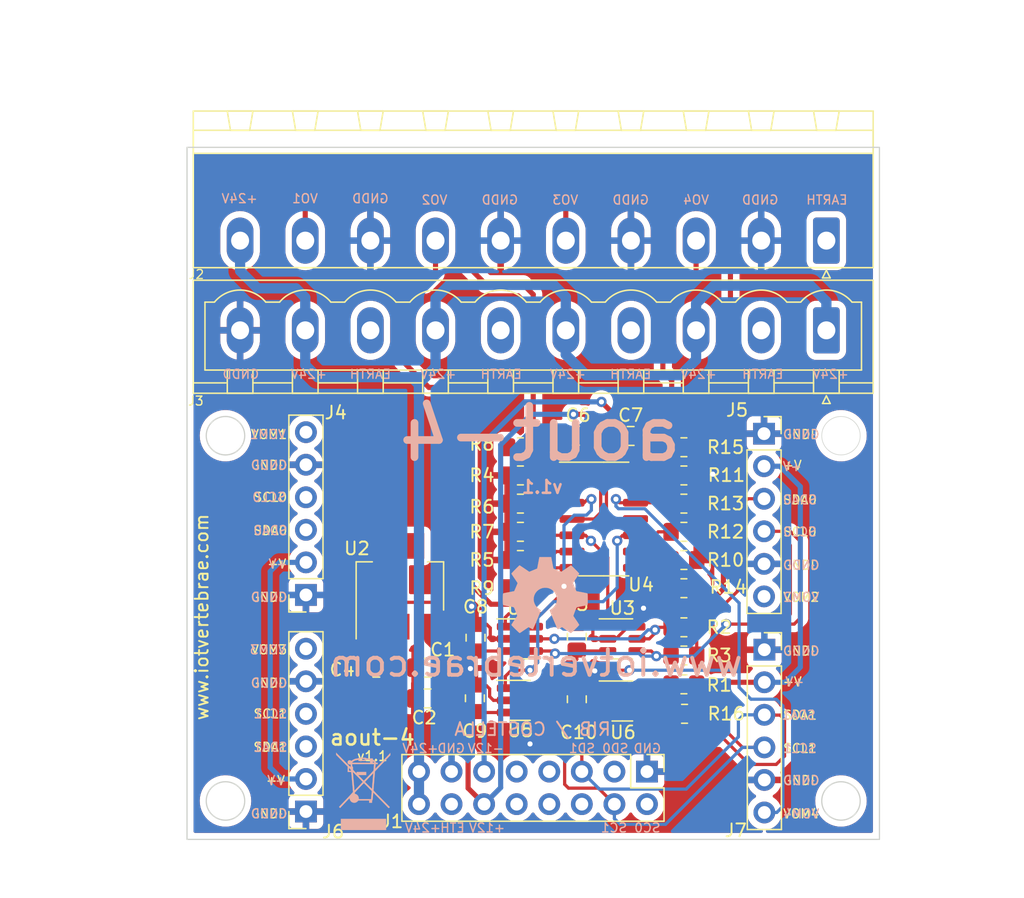
<source format=kicad_pcb>
(kicad_pcb (version 20211014) (generator pcbnew)
  (title_block (title "aout-4") (date "2023-04-06") (rev "1.1") (company "www.iotvertebrae.com") (comment 1 "Mechanical design: Xavier Pi") (comment 2 "Circuit & PCB design: Jordi Binefa"))
  (layers (0 "F.Cu" signal) (1 "In1.Cu" signal) (2 "In2.Cu" signal) (31 "B.Cu" signal) (34 "B.Paste" user) (35 "F.Paste" user) (36 "B.SilkS" user "B.Silkscreen") (37 "F.SilkS" user "F.Silkscreen") (38 "B.Mask" user) (39 "F.Mask" user) (44 "Edge.Cuts" user))
  (net 0 "")
  (net 1 "+12V")
  (net 2 "GNDD")
  (net 3 "+5VA")
  (net 4 "+5V")
  (net 5 "-12V")
  (net 6 "/SCL0")
  (net 7 "/SDA0")
  (net 8 "/SCL1")
  (net 9 "/SDA1")
  (net 14 "Earth")
  (net 15 "+VSW")
  (net 16 "/VO4")
  (net 17 "/VO3")
  (net 18 "/VO2")
  (net 19 "/VO1")
  (net 20 "/VOM1")
  (net 21 "/VOM2")
  (net 22 "/VOM3")
  (net 23 "Net-(R4-Pad2)")
  (net 24 "Net-(R5-Pad2)")
  (net 25 "Net-(R10-Pad2)")
  (net 26 "Net-(R11-Pad2)")
  (net 27 "/VOM4")
  (footprint "Connector_Phoenix_MSTB:PhoenixContact_MSTBVA_2,5_10-G-5,08_1x10_P5.08mm_Vertical" (layer "F.Cu") (at 168.36 80.2775 180)
    (fp_text reference "J3")
    (fp_text value "Conn_01x10")
  )
  (footprint "Resistor_SMD:R_0805_2012Metric_Pad1.20x1.40mm_HandSolder" (layer "F.Cu") (at 157.25 107.9)
    (fp_text reference "R1")
    (fp_text value "10K")
  )
  (footprint "Resistor_SMD:R_0805_2012Metric_Pad1.20x1.40mm_HandSolder" (layer "F.Cu") (at 157.25 91.6 180)
    (fp_text reference "R11")
    (fp_text value "10K")
  )
  (footprint "Resistor_SMD:R_0805_2012Metric_Pad1.20x1.40mm_HandSolder" (layer "F.Cu") (at 157.3 110.2)
    (fp_text reference "R16")
    (fp_text value "10K")
  )
  (footprint "Capacitor_SMD:C_0805_2012Metric_Pad1.18x1.45mm_HandSolder" (layer "F.Cu") (at 148.8325 88.5 180)
    (fp_text reference "C6")
    (fp_text value "100nF")
  )
  (footprint "Connector_PinSocket_2.54mm:PinSocket_1x06_P2.54mm_Vertical" (layer "F.Cu") (at 127.775 117.825 180)
    (fp_text reference "J6")
    (fp_text value "Conn_01x06")
  )
  (footprint "Package_TO_SOT_SMD:SOT-23-6" (layer "F.Cu") (at 144.4625 109.15)
    (fp_text reference "U5")
    (fp_text value "MCP4725xxx-xCH")
  )
  (footprint "Connector_Phoenix_MSTB:PhoenixContact_MSTBA_2,5_10-G-5,08_1x10_P5.08mm_Horizontal" (layer "F.Cu") (at 168.36 73.2775 180)
    (fp_text reference "J2")
    (fp_text value "Conn_01x10")
  )
  (footprint "Resistor_SMD:R_0805_2012Metric_Pad1.20x1.40mm_HandSolder" (layer "F.Cu") (at 157.25 98.2 180)
    (fp_text reference "R10")
    (fp_text value "10K")
  )
  (footprint "Resistor_SMD:R_0805_2012Metric_Pad1.20x1.40mm_HandSolder" (layer "F.Cu") (at 144.5 98.2)
    (fp_text reference "R5")
    (fp_text value "10K")
  )
  (footprint "Resistor_SMD:R_0805_2012Metric_Pad1.20x1.40mm_HandSolder" (layer "F.Cu") (at 157.25 96 180)
    (fp_text reference "R12")
    (fp_text value "10K")
  )
  (footprint "Package_TO_SOT_SMD:SOT-223-3_TabPin2" (layer "F.Cu") (at 135.1 100.25 90)
    (fp_text reference "U2")
    (fp_text value "LD1117S50TR_SOT223")
  )
  (footprint "Package_SO:SOIC-14_3.9x8.7mm_P1.27mm" (layer "F.Cu") (at 151 95)
    (fp_text reference "U4")
    (fp_text value "TL074")
  )
  (footprint "Resistor_SMD:R_0805_2012Metric_Pad1.20x1.40mm_HandSolder" (layer "F.Cu") (at 157.25 89.4 180)
    (fp_text reference "R15")
    (fp_text value "30K")
  )
  (footprint "Resistor_SMD:R_0805_2012Metric_Pad1.20x1.40mm_HandSolder" (layer "F.Cu") (at 157.25 105.65)
    (fp_text reference "R3")
    (fp_text value "10K")
  )
  (footprint "Connector_PinSocket_2.54mm:PinSocket_1x06_P2.54mm_Vertical" (layer "F.Cu") (at 163.5 88.34)
    (fp_text reference "J5")
    (fp_text value "Conn_01x06")
  )
  (footprint "Capacitor_SMD:C_0805_2012Metric_Pad1.18x1.45mm_HandSolder" (layer "F.Cu") (at 133.2625 106.6 180)
    (fp_text reference "C4")
    (fp_text value "10uF")
  )
  (footprint "Capacitor_SMD:C_0805_2012Metric_Pad1.18x1.45mm_HandSolder" (layer "F.Cu") (at 148.9 104.1875 90)
    (fp_text reference "C3")
    (fp_text value "100nF")
  )
  (footprint "Resistor_SMD:R_0805_2012Metric_Pad1.20x1.40mm_HandSolder" (layer "F.Cu") (at 144.5 89.4)
    (fp_text reference "R8")
    (fp_text value "30K")
  )
  (footprint "Resistor_SMD:R_0805_2012Metric_Pad1.20x1.40mm_HandSolder" (layer "F.Cu") (at 144.5 100.4)
    (fp_text reference "R9")
    (fp_text value "30K")
  )
  (footprint "Resistor_SMD:R_0805_2012Metric_Pad1.20x1.40mm_HandSolder" (layer "F.Cu") (at 144.5 96)
    (fp_text reference "R7")
    (fp_text value "10K")
  )
  (footprint "Resistor_SMD:R_0805_2012Metric_Pad1.20x1.40mm_HandSolder" (layer "F.Cu") (at 157.25 100.4 180)
    (fp_text reference "R14")
    (fp_text value "30K")
  )
  (footprint "Resistor_SMD:R_0805_2012Metric_Pad1.20x1.40mm_HandSolder" (layer "F.Cu") (at 144.5 93.8)
    (fp_text reference "R6")
    (fp_text value "10K")
  )
  (footprint "Capacitor_SMD:C_0805_2012Metric_Pad1.18x1.45mm_HandSolder" (layer "F.Cu") (at 148.9 109.0625 90)
    (fp_text reference "C10")
    (fp_text value "100nF")
  )
  (footprint "Capacitor_SMD:C_0805_2012Metric_Pad1.18x1.45mm_HandSolder" (layer "F.Cu") (at 137.2875 106.6 180)
    (fp_text reference "C1")
    (fp_text value "100nF")
  )
  (footprint "Connector_PinSocket_2.54mm:PinSocket_1x06_P2.54mm_Vertical" (layer "F.Cu") (at 163.525 105.2)
    (fp_text reference "J7")
    (fp_text value "Conn_01x06")
  )
  (footprint "Resistor_SMD:R_0805_2012Metric_Pad1.20x1.40mm_HandSolder" (layer "F.Cu") (at 157.25 103.45)
    (fp_text reference "R2")
    (fp_text value "10K")
  )
  (footprint "Resistor_SMD:R_0805_2012Metric_Pad1.20x1.40mm_HandSolder" (layer "F.Cu") (at 157.25 93.8 180)
    (fp_text reference "R13")
    (fp_text value "10K")
  )
  (footprint "Package_TO_SOT_SMD:SOT-23-6" (layer "F.Cu") (at 144.4625 104.35)
    (fp_text reference "U1")
    (fp_text value "MCP4725xxx-xCH")
  )
  (footprint "Resistor_SMD:R_0805_2012Metric_Pad1.20x1.40mm_HandSolder" (layer "F.Cu") (at 144.5 91.6)
    (fp_text reference "R4")
    (fp_text value "10K")
  )
  (footprint "Capacitor_SMD:C_0805_2012Metric_Pad1.18x1.45mm_HandSolder" (layer "F.Cu") (at 153.0975 88.52 180)
    (fp_text reference "C7")
    (fp_text value "100nF")
  )
  (footprint "Capacitor_SMD:C_0805_2012Metric_Pad1.18x1.45mm_HandSolder" (layer "F.Cu") (at 137.2625 109 180)
    (fp_text reference "C2")
    (fp_text value "1uF")
  )
  (footprint "Package_TO_SOT_SMD:SOT-23-6" (layer "F.Cu") (at 152.45 104.35)
    (fp_text reference "U3")
    (fp_text value "MCP4725xxx-xCH")
  )
  (footprint "Capacitor_SMD:C_0805_2012Metric_Pad1.18x1.45mm_HandSolder" (layer "F.Cu") (at 141 104.2625 90)
    (fp_text reference "C8")
    (fp_text value "100nF")
  )
  (footprint "Connector_PinSocket_2.54mm:PinSocket_1x06_P2.54mm_Vertical" (layer "F.Cu") (at 127.775 100.925 180)
    (fp_text reference "J4")
    (fp_text value "Conn_01x06")
  )
  (footprint "Package_TO_SOT_SMD:SOT-23-6" (layer "F.Cu") (at 152.45 109.2)
    (fp_text reference "U6")
    (fp_text value "MCP4725xxx-xCH")
  )
  (footprint "Connector_PinHeader_2.54mm:PinHeader_2x08_P2.54mm_Vertical" (layer "F.Cu") (at 154.37 114.71 -90)
    (fp_text reference "J1")
    (fp_text value "Conn_02x08_Odd_Even")
  )
  (footprint "Capacitor_SMD:C_0805_2012Metric_Pad1.18x1.45mm_HandSolder" (layer "F.Cu") (at 140.95 108.9875 90)
    (fp_text reference "C9")
    (fp_text value "100nF")
  )
  (footprint "Symbol:OSHW-Symbol_6.7x6mm_SilkScreen" (layer "B.Cu") (at 146.45 100.95 180)
    (fp_text reference "REF**" hide)
    (fp_text value "OSHW-Symbol_6.7x6mm_SilkScreen" hide)
  )
  (footprint "Symbol:WEEE-Logo_4.2x6mm_SilkScreen" (layer "B.Cu") (at 132.25 116.25 180)
    (fp_text reference "REF**" hide)
    (fp_text value "WEEE-Logo_4.2x6mm_SilkScreen" hide)
  )
  (gr_rect (start 118.5 120) (end 172.5 66) (layer "Edge.Cuts") (width 0.1) (fill none))
  (gr_circle (center 169.5 117) (end 171 117) (layer "Edge.Cuts") (width 0.1) (fill none))
  (gr_circle (center 121.5 117) (end 123 117) (layer "Edge.Cuts") (width 0.1) (fill none))
  (gr_circle (center 169.5 88.5) (end 171 88.5) (layer "Edge.Cuts") (width 0.05) (fill none))
  (gr_circle (center 121.5 88.5) (end 123 88.5) (layer "Edge.Cuts") (width 0.1) (fill none))
  (gr_text "ETH" (at 139.2 119.1) (layer "B.SilkS") (effects (font (size 0.7 0.7) (thickness 0.11)) (justify mirror)))
  (gr_text "www.iotvertebrae.com" (at 145.7 106.25) (layer "B.SilkS") (effects (font (size 2 2) (thickness 0.3)) (justify mirror)))
  (gr_text "SDA0" (at 166.3 93.5) (layer "B.SilkS") (effects (font (size 0.7 0.7) (thickness 0.11)) (justify mirror)))
  (gr_text "EARTH" (at 153.1 83.7) (layer "B.SilkS") (effects (font (size 0.7 0.7) (thickness 0.11)) (justify mirror)))
  (gr_text "GNDD" (at 124.9 107.8) (layer "B.SilkS") (effects (font (size 0.7 0.7) (thickness 0.11)) (justify mirror)))
  (gr_text "VOM3" (at 124.8 105.2) (layer "B.SilkS") (effects (font (size 0.7 0.7) (thickness 0.11)) (justify mirror)))
  (gr_text "GNDD" (at 166.4 88.4) (layer "B.SilkS") (effects (font (size 0.7 0.7) (thickness 0.11)) (justify mirror)))
  (gr_text "SDA0" (at 125 95.9) (layer "B.SilkS") (effects (font (size 0.7 0.7) (thickness 0.11)) (justify mirror)))
  (gr_text "GNDD" (at 166.4 115.4) (layer "B.SilkS") (effects (font (size 0.7 0.7) (thickness 0.11)) (justify mirror)))
  (gr_text "+V" (at 125.6 98.5) (layer "B.SilkS") (effects (font (size 0.7 0.7) (thickness 0.11)) (justify mirror)))
  (gr_text "RIB / COSTELLA" (at 145.45 111.4) (layer "B.SilkS") (effects (font (size 1 1)) (justify mirror)))
  (gr_text "+V" (at 125.5 115.4) (layer "B.SilkS") (effects (font (size 0.7 0.7) (thickness 0.11)) (justify mirror)))
  (gr_text "+24V" (at 136.7 112.9) (layer "B.SilkS") (effects (font (size 0.7 0.7) (thickness 0.11)) (justify mirror)))
  (gr_text "+24V" (at 168.7 83.7) (layer "B.SilkS") (effects (font (size 0.7 0.7) (thickness 0.11)) (justify mirror)))
  (gr_text "SD1" (at 149.3 112.9) (layer "B.SilkS") (effects (font (size 0.7 0.7) (thickness 0.11)) (justify mirror)))
  (gr_text "SCL0" (at 166.3 96) (layer "B.SilkS") (effects (font (size 0.7 0.7) (thickness 0.11)) (justify mirror)))
  (gr_text "GNDD" (at 124.9 118) (layer "B.SilkS") (effects (font (size 0.7 0.7) (thickness 0.11)) (justify mirror)))
  (gr_text "VOM4" (at 166.4 118) (layer "B.SilkS") (effects (font (size 0.7 0.7) (thickness 0.11)) (justify mirror)))
  (gr_text "-12V" (at 141.8 112.9) (layer "B.SilkS") (effects (font (size 0.7 0.7) (thickness 0.11)) (justify mirror)))
  (gr_text "+24V" (at 122.6 70) (layer "B.SilkS") (effects (font (size 0.7 0.7) (thickness 0.11)) (justify mirror)))
  (gr_text "VOM2" (at 166.4 101.1) (layer "B.SilkS") (effects (font (size 0.7 0.7) (thickness 0.11)) (justify mirror)))
  (gr_text "GNDD" (at 124.9 90.8) (layer "B.SilkS") (effects (font (size 0.7 0.7) (thickness 0.11)) (justify mirror)))
  (gr_text "SD0" (at 151.9 112.9) (layer "B.SilkS") (effects (font (size 0.7 0.7) (thickness 0.11)) (justify mirror)))
  (gr_text "SDA1" (at 166.2 110.3) (layer "B.SilkS") (effects (font (size 0.7 0.7) (thickness 0.11)) (justify mirror)))
  (gr_text "+V" (at 165.9 107.7) (layer "B.SilkS") (effects (font (size 0.7 0.7) (thickness 0.11)) (justify mirror)))
  (gr_text "GNDD" (at 124.9 101.1) (layer "B.SilkS") (effects (font (size 0.7 0.7) (thickness 0.11)) (justify mirror)))
  (gr_text "GNDD" (at 142.9 70.1) (layer "B.SilkS") (effects (font (size 0.7 0.7) (thickness 0.11)) (justify mirror)))
  (gr_text "GNDD" (at 163.2 70.1) (layer "B.SilkS") (effects (font (size 0.7 0.7) (thickness 0.11)) (justify mirror)))
  (gr_text "VOM1" (at 124.8 88.4) (layer "B.SilkS") (effects (font (size 0.7 0.7) (thickness 0.11)) (justify mirror)))
  (gr_text "GNDD" (at 132.8 70) (layer "B.SilkS") (effects (font (size 0.7 0.7) (thickness 0.11)) (justify mirror)))
  (gr_text "VO2" (at 137.8 70.1) (layer "B.SilkS") (effects (font (size 0.7 0.7) (thickness 0.11)) (justify mirror)))
  (gr_text "+24V" (at 136.9 119.1) (layer "B.SilkS") (effects (font (size 0.7 0.7) (thickness 0.11)) (justify mirror)))
  (gr_text "+V" (at 165.7 90.9) (layer "B.SilkS") (effects (font (size 0.7 0.7) (thickness 0.11)) (justify mirror)))
  (gr_text "GNDD" (at 122.7 83.7) (layer "B.SilkS") (effects (font (size 0.7 0.7) (thickness 0.11)) (justify mirror)))
  (gr_text "SCL0" (at 124.9 93.3) (layer "B.SilkS") (effects (font (size 0.7 0.7) (thickness 0.11)) (justify mirror)))
  (gr_text "+12V" (at 141.9 119.1) (layer "B.SilkS") (effects (font (size 0.7 0.7) (thickness 0.11)) (justify mirror)))
  (gr_text "SC1" (at 151.8 119.1) (layer "B.SilkS") (effects (font (size 0.7 0.7) (thickness 0.11)) (justify mirror)))
  (gr_text "VO4" (at 158.2 70.1) (layer "B.SilkS") (effects (font (size 0.7 0.7) (thickness 0.11)) (justify mirror)))
  (gr_text "EARTH" (at 163.4 83.7) (layer "B.SilkS") (effects (font (size 0.7 0.7) (thickness 0.11)) (justify mirror)))
  (gr_text "+24V" (at 128 83.7) (layer "B.SilkS") (effects (font (size 0.7 0.7) (thickness 0.11)) (justify mirror)))
  (gr_text "GNDD" (at 153.1 70.1) (layer "B.SilkS") (effects (font (size 0.7 0.7) (thickness 0.11)) (justify mirror)))
  (gr_text "EARTH" (at 132.8 83.7) (layer "B.SilkS") (effects (font (size 0.7 0.7) (thickness 0.11)) (justify mirror)))
  (gr_text "aout-4" (at 146.05 88.35) (layer "B.SilkS") (effects (font (size 4 4) (thickness 0.6)) (justify mirror)))
  (gr_text "GNDD" (at 166.4 105.3) (layer "B.SilkS") (effects (font (size 0.7 0.7) (thickness 0.11)) (justify mirror)))
  (gr_text "VO1" (at 127.7 70) (layer "B.SilkS") (effects (font (size 0.7 0.7) (thickness 0.11)) (justify mirror)))
  (gr_text "EARTH" (at 168.4 70.1) (layer "B.SilkS") (effects (font (size 0.7 0.7) (thickness 0.11)) (justify mirror)))
  (gr_text "v1.1" (at 146.2 92.5) (layer "B.SilkS") (effects (font (size 1 1) (thickness 0.2)) (justify mirror)))
  (gr_text "SCL1" (at 166.3 112.9) (layer "B.SilkS") (effects (font (size 0.7 0.7) (thickness 0.11)) (justify mirror)))
  (gr_text "GNDD" (at 166.4 98.6) (layer "B.SilkS") (effects (font (size 0.7 0.7) (thickness 0.11)) (justify mirror)))
  (gr_text "GND" (at 139.1 112.9) (layer "B.SilkS") (effects (font (size 0.7 0.7) (thickness 0.11)) (justify mirror)))
  (gr_text "VO3" (at 148 70.1) (layer "B.SilkS") (effects (font (size 0.7 0.7) (thickness 0.11)) (justify mirror)))
  (gr_text "GND" (at 154.4 112.9) (layer "B.SilkS") (effects (font (size 0.7 0.7) (thickness 0.11)) (justify mirror)))
  (gr_text "+24V" (at 138.1 83.7) (layer "B.SilkS") (effects (font (size 0.7 0.7) (thickness 0.11)) (justify mirror)))
  (gr_text "SC0" (at 154.4 119.1) (layer "B.SilkS") (effects (font (size 0.7 0.7) (thickness 0.11)) (justify mirror)))
  (gr_text "EARTH" (at 143 83.7) (layer "B.SilkS") (effects (font (size 0.7 0.7) (thickness 0.11)) (justify mirror)))
  (gr_text "+24V" (at 158.4 83.7) (layer "B.SilkS") (effects (font (size 0.7 0.7) (thickness 0.11)) (justify mirror)))
  (gr_text "SCL1" (at 125 110.2) (layer "B.SilkS") (effects (font (size 0.7 0.7) (thickness 0.11)) (justify mirror)))
  (gr_text "SDA1" (at 125 112.8) (layer "B.SilkS") (effects (font (size 0.7 0.7) (thickness 0.11)) (justify mirror)))
  (gr_text "+24V" (at 148.2 83.7) (layer "B.SilkS") (effects (font (size 0.7 0.7) (thickness 0.11)) (justify mirror)))
  (gr_text "GNDD" (at 166.4 115.4) (layer "F.SilkS") (effects (font (size 0.7 0.7) (thickness 0.11))))
  (gr_text "GNDD" (at 166.4 88.4) (layer "F.SilkS") (effects (font (size 0.7 0.7) (thickness 0.11))))
  (gr_text "SCL1" (at 166.3 112.9) (layer "F.SilkS") (effects (font (size 0.7 0.7) (thickness 0.11))))
  (gr_text "+V" (at 125.5 98.5) (layer "F.SilkS") (effects (font (size 0.7 0.7) (thickness 0.11))))
  (gr_text "VOM3" (at 124.9 105.2) (layer "F.SilkS") (effects (font (size 0.7 0.7) (thickness 0.11))))
  (gr_text "GNDD" (at 124.9 90.8) (layer "F.SilkS") (effects (font (size 0.7 0.7) (thickness 0.11))))
  (gr_text "GNDD" (at 124.9 101.1) (layer "F.SilkS") (effects (font (size 0.7 0.7) (thickness 0.11))))
  (gr_text "SCL1" (at 125 110.2) (layer "F.SilkS") (effects (font (size 0.7 0.7) (thickness 0.11))))
  (gr_text "aout-4" (at 132.95 112.05) (layer "F.SilkS") (effects (font (size 1.2 1.2) (thickness 0.2))))
  (gr_text "SCL0" (at 125 93.3) (layer "F.SilkS") (effects (font (size 0.7 0.7) (thickness 0.11))))
  (gr_text "GNDD" (at 124.9 107.8) (layer "F.SilkS") (effects (font (size 0.7 0.7) (thickness 0.11))))
  (gr_text "SDA1" (at 166.3 110.3) (layer "F.SilkS") (effects (font (size 0.7 0.7) (thickness 0.11))))
  (gr_text "SDA1" (at 125 112.8) (layer "F.SilkS") (effects (font (size 0.7 0.7) (thickness 0.11))))
  (gr_text "GNDD" (at 124.9 118) (layer "F.SilkS") (effects (font (size 0.7 0.7) (thickness 0.11))))
  (gr_text "GNDD" (at 166.4 105.3) (layer "F.SilkS") (effects (font (size 0.7 0.7) (thickness 0.11))))
  (gr_text "SDA0" (at 125 95.9) (layer "F.SilkS") (effects (font (size 0.7 0.7) (thickness 0.11))))
  (gr_text "GNDD" (at 166.4 98.6) (layer "F.SilkS") (effects (font (size 0.7 0.7) (thickness 0.11))))
  (gr_text "SDA0" (at 166.3 93.5) (layer "F.SilkS") (effects (font (size 0.7 0.7) (thickness 0.11))))
  (gr_text "VOM1" (at 124.9 88.4) (layer "F.SilkS") (effects (font (size 0.7 0.7) (thickness 0.11))))
  (gr_text "VOM2" (at 166.4 101.1) (layer "F.SilkS") (effects (font (size 0.7 0.7) (thickness 0.11))))
  (gr_text "v1.1" (at 132.95 113.5) (layer "F.SilkS") (effects (font (size 0.75 0.75) (thickness 0.12))))
  (gr_text "+V" (at 165.7 90.8) (layer "F.SilkS") (effects (font (size 0.7 0.7) (thickness 0.11))))
  (gr_text "+V" (at 125.4 115.4) (layer "F.SilkS") (effects (font (size 0.7 0.7) (thickness 0.11))))
  (gr_text "VOM4" (at 166.4 118) (layer "F.SilkS") (effects (font (size 0.7 0.7) (thickness 0.11))))
  (gr_text "+V" (at 165.7 107.7) (layer "F.SilkS") (effects (font (size 0.7 0.7) (thickness 0.11))))
  (gr_text "www.iotvertebrae.com" (at 119.65 102.65 90) (layer "F.SilkS") (effects (font (size 1 1))))
  (gr_text "SCL0" (at 166.3 96) (layer "F.SilkS") (effects (font (size 0.7 0.7) (thickness 0.11))))
  (segment (start 148.64 86.83) (end 149.52 86.83) (width 0.4) (layer "F.Cu") (net 1))
  (segment (start 148.525 95) (end 150.26 95) (width 0.25) (layer "F.Cu") (net 1))
  (segment (start 138.325 105.325) (end 138.325 106.6) (width 0.8) (layer "F.Cu") (net 1))
  (segment (start 138.94 112.64) (end 138.3 112) (width 0.4) (layer "F.Cu") (net 1))
  (segment (start 149.87 89.97) (end 149.87 88.5) (width 0.25) (layer "F.Cu") (net 1))
  (segment (start 139.72 112.64) (end 138.94 112.64) (width 0.4) (layer "F.Cu") (net 1))
  (segment (start 138.325 108.975) (end 138.3 109) (width 0.8) (layer "F.Cu") (net 1))
  (segment (start 150.76 90.86) (end 149.87 89.97) (width 0.25) (layer "F.Cu") (net 1))
  (segment (start 140.42 113.34) (end 139.72 112.64) (width 0.4) (layer "F.Cu") (net 1))
  (segment (start 150.76 94.5) (end 150.76 90.86) (width 0.25) (layer "F.Cu") (net 1))
  (segment (start 149.87 87.18) (end 149.87 88.5) (width 0.4) (layer "F.Cu") (net 1))
  (segment (start 140.42 116) (end 140.42 113.34) (width 0.4) (layer "F.Cu") (net 1))
  (segment (start 137.4 104.4) (end 138.325 105.325) (width 0.8) (layer "F.Cu") (net 1))
  (segment (start 150.26 95) (end 150.76 94.5) (width 0.25) (layer "F.Cu") (net 1))
  (segment (start 137.4 103.4) (end 137.4 104.4) (width 0.8) (layer "F.Cu") (net 1))
  (segment (start 149.52 86.83) (end 149.87 87.18) (width 0.4) (layer "F.Cu") (net 1))
  (segment (start 138.325 106.6) (end 138.325 108.975) (width 0.8) (layer "F.Cu") (net 1))
  (segment (start 138.3 112) (end 138.3 109) (width 0.4) (layer "F.Cu") (net 1))
  (segment (start 141.67 117.25) (end 140.42 116) (width 0.4) (layer "F.Cu") (net 1))
  (via (at 148.64 86.83) (size 0.8) (drill 0.4) (layers "F.Cu" "B.Cu") (net 1))
  (segment (start 142.96 115.96) (end 142.96 89.21) (width 0.4) (layer "B.Cu") (net 1))
  (segment (start 145.34 86.83) (end 148.64 86.83) (width 0.4) (layer "B.Cu") (net 1))
  (segment (start 142.96 89.21) (end 145.34 86.83) (width 0.4) (layer "B.Cu") (net 1))
  (segment (start 141.67 117.25) (end 142.96 115.96) (width 0.4) (layer "B.Cu") (net 1))
  (segment (start 141.875 103.225) (end 142.15 103.5) (width 0.25) (layer "F.Cu") (net 2))
  (segment (start 152.9 103.4) (end 153.5875 103.4) (width 0.25) (layer "F.Cu") (net 2))
  (segment (start 151.3125 109.2) (end 150.45 109.2) (width 0.25) (layer "F.Cu") (net 2))
  (segment (start 159.4 91.6) (end 159.5 91.5) (width 0.4) (layer "F.Cu") (net 2))
  (segment (start 132.8 104.53) (end 132.2 105.13) (width 0.8) (layer "F.Cu") (net 2))
  (segment (start 153.5875 102.4725) (end 154.1 101.96) (width 0.25) (layer "F.Cu") (net 2))
  (segment (start 141 102.11) (end 140.7 101.81) (width 0.25) (layer "F.Cu") (net 2))
  (segment (start 150.45 109.2) (end 149.975 108.725) (width 0.25) (layer "F.Cu") (net 2))
  (segment (start 152.05 109.2) (end 153 108.25) (width 0.25) (layer "F.Cu") (net 2))
  (segment (start 142.1 108.25) (end 142.1 108.85) (width 0.25) (layer "F.Cu") (net 2))
  (segment (start 141 108) (end 141.85 108) (width 0.25) (layer "F.Cu") (net 2))
  (segment (start 141 103.225) (end 141 102.11) (width 0.25) (layer "F.Cu") (net 2))
  (segment (start 140.95 107.95) (end 141 108) (width 0.25) (layer "F.Cu") (net 2))
  (segment (start 148.9 108.025) (end 149.825 108.025) (width 0.25) (layer "F.Cu") (net 2))
  (segment (start 132.2 105.13) (end 132.2 106.575) (width 0.8) (layer "F.Cu") (net 2))
  (segment (start 148.9 103.15) (end 149.7 103.15) (width 0.25) (layer "F.Cu") (net 2))
  (segment (start 151.3125 109.2) (end 152.05 109.2) (width 0.25) (layer "F.Cu") (net 2))
  (segment (start 141.85 108) (end 142.1 108.25) (width 0.25) (layer "F.Cu") (net 2))
  (segment (start 142.15 104.15) (end 142.35 104.35) (width 0.25) (layer "F.Cu") (net 2))
  (segment (start 150.15 104.15) (end 150.35 104.35) (width 0.25) (layer "F.Cu") (net 2))
  (segment (start 153 108.25) (end 153.5875 108.25) (width 0.25) (layer "F.Cu") (net 2))
  (segment (start 141 103.225) (end 141.875 103.225) (width 0.25) (layer "F.Cu") (net 2))
  (segment (start 142.4 109.15) (end 143.325 109.15) (width 0.25) (layer "F.Cu") (net 2))
  (segment (start 149.7 103.15) (end 150.15 103.6) (width 0.25) (layer "F.Cu") (net 2))
  (segment (start 140.95 107.02) (end 140.6 106.67) (width 0.25) (layer "F.Cu") (net 2))
  (segment (start 158.25 91.6) (end 159.4 91.6) (width 0.4) (layer "F.Cu") (net 2))
  (segment (start 140.95 107.95) (end 140.95 107.02) (width 0.25) (layer "F.Cu") (net 2))
  (segment (start 148.9 107.15) (end 149.2 106.85) (width 0.25) (layer "F.Cu") (net 2))
  (segment (start 148.9 108.025) (end 148.9 107.15) (width 0.25) (layer "F.Cu") (net 2))
  (segment (start 142.15 103.5) (end 142.15 104.15) (width 0.25) (layer "F.Cu") (net 2))
  (segment (start 142.1 108.85) (end 142.4 109.15) (width 0.25) (layer "F.Cu") (net 2))
  (segment (start 132.8 103.4) (end 132.8 104.53) (width 0.8) (layer "F.Cu") (net 2))
  (segment (start 149.2 106.85) (end 150.3 106.85) (width 0.25) (layer "F.Cu") (net 2))
  (segment (start 150.15 103.6) (end 150.15 104.15) (width 0.25) (layer "F.Cu") (net 2))
  (segment (start 151.3125 104.35) (end 151.95 104.35) (width 0.25) (layer "F.Cu") (net 2))
  (segment (start 151.95 104.35) (end 152.9 103.4) (width 0.25) (layer "F.Cu") (net 2))
  (segment (start 150.35 104.35) (end 151.3125 104.35) (width 0.25) (layer "F.Cu") (net 2))
  (segment (start 149.975 108.175) (end 149.975 108.725) (width 0.25) (layer "F.Cu") (net 2))
  (segment (start 149.825 108.025) (end 149.975 108.175) (width 0.25) (layer "F.Cu") (net 2))
  (segment (start 153.5875 103.4) (end 153.5875 102.4725) (width 0.25) (layer "F.Cu") (net 2))
  (segment (start 142.35 104.35) (end 143.325 104.35) (width 0.25) (layer "F.Cu") (net 2))
  (segment (start 132.2 106.575) (end 132.225 106.6) (width 0.8) (layer "F.Cu") (net 2))
  (via (at 150.3 106.85) (size 0.8) (drill 0.4) (layers "F.Cu" "B.Cu") (net 2))
  (via (at 140.6 106.67) (size 0.8) (drill 0.4) (layers "F.Cu" "B.Cu") (net 2))
  (via (at 159.5 91.5) (size 0.8) (drill 0.4) (layers "F.Cu" "B.Cu") (net 2))
  (via (at 154.1 101.96) (size 0.8) (drill 0.4) (layers "F.Cu" "B.Cu") (net 2))
  (via (at 140.7 101.81) (size 0.8) (drill 0.4) (layers "F.Cu" "B.Cu") (net 2))
  (via (at 145.25 112.55) (size 0.8) (drill 0.4) (layers "F.Cu" "B.Cu") (net 2))
  (segment (start 139.6 109.45) (end 139.6 105.8) (width 0.25) (layer "F.Cu") (net 3))
  (segment (start 135.1 99.99) (end 135.1 101.15) (width 0.4) (layer "F.Cu") (net 3))
  (segment (start 144.75 108.2) (end 145.6 108.2) (width 0.25) (layer "F.Cu") (net 3))
  (segment (start 146.55 108.2) (end 146.75 108.2) (width 0.25) (layer "F.Cu") (net 3))
  (segment (start 144 105.3) (end 144.45 104.85) (width 0.25) (layer "F.Cu") (net 3))
  (segment (start 143.325 110.1) (end 144.05 110.1) (width 0.25) (layer "F.Cu") (net 3))
  (segment (start 143.325 110.1) (end 141.025 110.1) (width 0.25) (layer "F.Cu") (net 3))
  (segment (start 135.1 101.95) (end 135.1 101.75) (width 0.4) (layer "F.Cu") (net 3))
  (segment (start 139.6 105.8) (end 139.6 105.15) (width 0.25) (layer "F.Cu") (net 3))
  (segment (start 135.1 101.95) (end 135.1 103.4) (width 0.4) (layer "F.Cu") (net 3))
  (segment (start 146.75 108.2) (end 146.9 108.05) (width 0.25) (layer "F.Cu") (net 3))
  (segment (start 135.1 101.75) (end 135.35 101.5) (width 0.4) (layer "F.Cu") (net 3))
  (segment (start 151.3125 110.15) (end 148.95 110.15) (width 0.25) (layer "F.Cu") (net 3))
  (segment (start 146.9 108.05) (end 146.9 108.2) (width 0.25) (layer "F.Cu") (net 3))
  (segment (start 135.1 101.15) (end 135.1 101.5) (width 0.4) (layer "F.Cu") (net 3))
  (segment (start 144.8 103.4) (end 145.6 103.4) (width 0.25) (layer "F.Cu") (net 3))
  (segment (start 144.45 108.5) (end 144.75 108.2) (width 0.25) (layer "F.Cu") (net 3))
  (segment (start 139.6 105.45) (end 139.75 105.3) (width 0.25) (layer "F.Cu") (net 3))
  (segment (start 151.3125 105.3) (end 148.975 105.3) (width 0.25) (layer "F.Cu") (net 3))
  (segment (start 135.1 99.27) (end 135.1 99.48) (width 0.4) (layer "F.Cu") (net 3))
  (segment (start 138.85 104.1) (end 138.85 102.85) (width 0.25) (layer "F.Cu") (net 3))
  (segment (start 140.95 110.025) (end 140.175 110.025) (width 0.25) (layer "F.Cu") (net 3))
  (segment (start 135.1 101.25) (end 135.35 101.5) (width 0.4) (layer "F.Cu") (net 3))
  (segment (start 148.9 105.95) (end 148.9 105.225) (width 0.25) (layer "F.Cu") (net 3))
  (segment (start 145.6 108.2) (end 146.55 108.2) (width 0.25) (layer "F.Cu") (net 3))
  (segment (start 139.75 105.3) (end 139.6 105.15) (width 0.25) (layer "F.Cu") (net 3))
  (segment (start 147.45 109.75) (end 147.8 110.1) (width 0.25) (layer "F.Cu") (net 3))
  (segment (start 135.1 97.1) (end 135.1 99.27) (width 0.4) (layer "F.Cu") (net 3))
  (segment (start 135.1 101.5) (end 135.1 101.95) (width 0.4) (layer "F.Cu") (net 3))
  (segment (start 144.45 103.75) (end 144.8 103.4) (width 0.25) (layer "F.Cu") (net 3))
  (segment (start 135.1 104.61) (end 134.3 105.41) (width 0.8) (layer "F.Cu") (net 3))
  (segment (start 135.1 103.4) (end 135.1 104.61) (width 0.8) (layer "F.Cu") (net 3))
  (segment (start 134.3 105.41) (end 134.3 106.6) (width 0.8) (layer "F.Cu") (net 3))
  (segment (start 135.35 101.5) (end 135.1 101.5) (width 0.25) (layer "F.Cu") (net 3))
  (segment (start 148.15 106.15) (end 148.7 106.15) (width 0.25) (layer "F.Cu") (net 3))
  (segment (start 135.1 99.48) (end 135.1 99.99) (width 0.4) (layer "F.Cu") (net 3))
  (segment (start 139.6 105.8) (end 139.6 105.45) (width 0.25) (layer "F.Cu") (net 3))
  (segment (start 139.6 104.85) (end 138.85 104.1) (width 0.25) (layer "F.Cu") (net 3))
  (segment (start 140.175 110.025) (end 139.6 109.45) (width 0.25) (layer "F.Cu") (net 3))
  (segment (start 146.9 108.2) (end 147.45 108.75) (width 0.25) (layer "F.Cu") (net 3))
  (segment (start 141.025 110.1) (end 140.95 110.025) (width 0.25) (layer "F.Cu") (net 3))
  (segment (start 138.85 102.05) (end 138.3 101.5) (width 0.25) (layer "F.Cu") (net 3))
  (segment (start 144.05 110.1) (end 144.45 109.7) (width 0.25) (layer "F.Cu") (net 3))
  (segment (start 148.95 110.15) (end 148.9 110.1) (width 0.25) (layer "F.Cu") (net 3))
  (segment (start 146.55 108.2) (end 146.9 108.2) (width 0.25) (layer "F.Cu") (net 3))
  (segment (start 135.1 101.15) (end 135.1 101.25) (width 0.4) (layer "F.Cu") (net 3))
  (segment (start 147.8 110.1) (end 148.9 110.1) (width 0.25) (layer "F.Cu") (net 3))
  (segment (start 148.7 106.15) (end 148.9 105.95) (width 0.25) (layer "F.Cu") (net 3))
  (segment (start 144.45 104.85) (end 144.45 103.75) (width 0.25) (layer "F.Cu") (net 3))
  (segment (start 148.975 105.3) (end 148.9 105.225) (width 0.25) (layer "F.Cu") (net 3))
  (segment (start 139.6 105.15) (end 139.6 104.85) (width 0.25) (layer "F.Cu") (net 3))
  (segment (start 143.325 105.3) (end 144 105.3) (width 0.25) (layer "F.Cu") (net 3))
  (segment (start 146.9 108.05) (end 146.9 107.4) (width 0.25) (layer "F.Cu") (net 3))
  (segment (start 141 105.3) (end 139.75 105.3) (width 0.25) (layer "F.Cu") (net 3))
  (segment (start 147.45 108.75) (end 147.45 109.75) (width 0.25) (layer "F.Cu") (net 3))
  (segment (start 138.85 102.85) (end 138.85 102.05) (width 0.25) (layer "F.Cu") (net 3))
  (segment (start 143.325 105.3) (end 141 105.3) (width 0.25) (layer "F.Cu") (net 3))
  (segment (start 146.9 107.4) (end 148.15 106.15) (width 0.25) (layer "F.Cu") (net 3))
  (segment (start 138.3 101.5) (end 135.35 101.5) (width 0.25) (layer "F.Cu") (net 3))
  (segment (start 144.45 109.7) (end 144.45 108.5) (width 0.25) (layer "F.Cu") (net 3))
  (segment (start 159.76 107.74) (end 159.6 107.9) (width 0.4) (layer "F.Cu") (net 4))
  (segment (start 158.25 103.45) (end 158.25 105.65) (width 0.25) (layer "F.Cu") (net 4))
  (segment (start 163.525 107.74) (end 159.76 107.74) (width 0.4) (layer "F.Cu") (net 4))
  (segment (start 158.25 105.65) (end 158.25 107.9) (width 0.25) (layer "F.Cu") (net 4))
  (segment (start 158.25 107.9) (end 158.25 110.15) (width 0.25) (layer "F.Cu") (net 4))
  (segment (start 159.6 107.9) (end 158.25 107.9) (width 0.4) (layer "F.Cu") (net 4))
  (segment (start 124.99 114.39) (end 125.885 115.285) (width 0.4) (layer "B.Cu") (net 4))
  (segment (start 166.33 106.56) (end 166.33 92.47) (width 0.4) (layer "B.Cu") (net 4))
  (segment (start 163.525 107.74) (end 165.15 107.74) (width 0.4) (layer "B.Cu") (net 4))
  (segment (start 165.15 107.74) (end 166.33 106.56) (width 0.4) (layer "B.Cu") (net 4))
  (segment (start 127.775 98.385) (end 125.695 98.385) (width 0.4) (layer "B.Cu") (net 4))
  (segment (start 166.33 92.47) (end 164.74 90.88) (width 0.4) (layer "B.Cu") (net 4))
  (segment (start 164.74 90.88) (end 163.5 90.88) (width 0.4) (layer "B.Cu") (net 4))
  (segment (start 125.885 115.285) (end 127.775 115.285) (width 0.4) (layer "B.Cu") (net 4))
  (segment (start 124.99 99.09) (end 124.99 114.39) (width 0.4) (layer "B.Cu") (net 4))
  (segment (start 125.695 98.385) (end 124.99 99.09) (width 0.4) (layer "B.Cu") (net 4))
  (segment (start 151.21 90.82) (end 152.06 89.97) (width 0.25) (layer "F.Cu") (net 5))
  (segment (start 152.06 88.52) (end 152.06 89.97) (width 0.25) (layer "F.Cu") (net 5))
  (segment (start 150.82 85.86) (end 152.06 87.1) (width 0.4) (layer "F.Cu") (net 5))
  (segment (start 153.475 95) (end 151.75 95) (width 0.25) (layer "F.Cu") (net 5))
  (segment (start 152.06 87.1) (end 152.06 88.52) (width 0.4) (layer "F.Cu") (net 5))
  (segment (start 151.75 95) (end 151.21 94.46) (width 0.25) (layer "F.Cu") (net 5))
  (segment (start 151.21 94.46) (end 151.21 90.82) (width 0.25) (layer "F.Cu") (net 5))
  (via (at 150.82 85.86) (size 0.8) (drill 0.4) (layers "F.Cu" "B.Cu") (net 5))
  (segment (start 144.83 85.86) (end 150.82 85.86) (width 0.4) (layer "B.Cu") (net 5))
  (segment (start 141.67 89.02) (end 144.83 85.86) (width 0.4) (layer "B.Cu") (net 5))
  (segment (start 141.67 114.71) (end 141.67 89.02) (width 0.4) (layer "B.Cu") (net 5))
  (segment (start 160.55 103.2) (end 165.85 103.2) (width 0.25) (layer "F.Cu") (net 6))
  (segment (start 154.7 105.3) (end 155.1 105.7) (width 0.25) (layer "F.Cu") (net 6))
  (segment (start 165.54 95.96) (end 163.5 95.96) (width 0.25) (layer "F.Cu") (net 6))
  (segment (start 155.1 105.7) (end 156.2 105.7) (width 0.25) (layer "F.Cu") (net 6))
  (segment (start 165.85 103.2) (end 166.31 102.74) (width 0.25) (layer "F.Cu") (net 6))
  (segment (start 145.6 105.3) (end 147 105.3) (width 0.25) (layer "F.Cu") (net 6))
  (segment (start 153.5875 105.3) (end 154.7 105.3) (width 0.25) (layer "F.Cu") (net 6))
  (segment (start 166.31 102.74) (end 166.31 96.73) (width 0.25) (layer "F.Cu") (net 6))
  (segment (start 166.31 96.73) (end 165.54 95.96) (width 0.25) (layer "F.Cu") (net 6))
  (segment (start 156.2 105.7) (end 156.25 105.65) (width 0.25) (layer "F.Cu") (net 6))
  (segment (start 147 105.3) (end 147.2 105.5) (width 0.25) (layer "F.Cu") (net 6))
  (via (at 155.1 105.7) (size 0.8) (drill 0.4) (layers "F.Cu" "B.Cu") (net 6))
  (via (at 160.55 103.2) (size 0.8) (drill 0.4) (layers "F.Cu" "B.Cu") (net 6))
  (via (at 147.2 105.5) (size 0.8) (drill 0.4) (layers "F.Cu" "B.Cu") (net 6))
  (segment (start 153.75 105.5) (end 153.95 105.7) (width 0.25) (layer "B.Cu") (net 6))
  (segment (start 153.95 105.7) (end 155.1 105.7) (width 0.25) (layer "B.Cu") (net 6))
  (segment (start 155.1 105.7) (end 158.05 105.7) (width 0.25) (layer "B.Cu") (net 6))
  (segment (start 147.2 105.5) (end 153.75 105.5) (width 0.25) (layer "B.Cu") (net 6))
  (segment (start 158.05 105.7) (end 160.55 103.2) (width 0.25) (layer "B.Cu") (net 6))
  (segment (start 156.25 103.45) (end 155.2 103.45) (width 0.25) (layer "F.Cu") (net 7))
  (segment (start 155.2 103.45) (end 155 103.65) (width 0.25) (layer "F.Cu") (net 7))
  (segment (start 156.55 102.35) (end 159.72 102.35) (width 0.25) (layer "F.Cu") (net 7))
  (segment (start 145.6 104.35) (end 147.15 104.35) (width 0.25) (layer "F.Cu") (net 7))
  (segment (start 153.5875 104.35) (end 154.55 104.35) (width 0.25) (layer "F.Cu") (net 7))
  (segment (start 162.24 93.42) (end 163.5 93.42) (width 0.25) (layer "F.Cu") (net 7))
  (segment (start 154.55 104.35) (end 155 103.9) (width 0.25) (layer "F.Cu") (net 7))
  (segment (start 156.25 102.65) (end 156.55 102.35) (width 0.25) (layer "F.Cu") (net 7))
  (segment (start 161.43 94.23) (end 162.24 93.42) (width 0.25) (layer "F.Cu") (net 7))
  (segment (start 159.72 102.35) (end 161.43 100.64) (width 0.25) (layer "F.Cu") (net 7))
  (segment (start 161.43 100.64) (end 161.43 94.23) (width 0.25) (layer "F.Cu") (net 7))
  (segment (start 155 103.9) (end 155 103.65) (width 0.25) (layer "F.Cu") (net 7))
  (segment (start 156.25 103.45) (end 156.25 102.65) (width 0.25) (layer "F.Cu") (net 7))
  (via (at 155 103.65) (size 0.8) (drill 0.4) (layers "F.Cu" "B.Cu") (net 7))
  (via (at 147.15 104.35) (size 0.8) (drill 0.4) (layers "F.Cu" "B.Cu") (net 7))
  (segment (start 154.45 103.65) (end 155 103.65) (width 0.25) (layer "B.Cu") (net 7))
  (segment (start 147.15 104.35) (end 153.75 104.35) (width 0.25) (layer "B.Cu") (net 7))
  (segment (start 153.75 104.35) (end 154.45 103.65) (width 0.25) (layer "B.Cu") (net 7))
  (segment (start 160.6 111.6) (end 161.82 112.82) (width 0.25) (layer "F.Cu") (net 8))
  (segment (start 147.95 113) (end 147.95 115.7) (width 0.25) (layer "F.Cu") (net 8))
  (segment (start 150.58 116) (end 151.83 117.25) (width 0.25) (layer "F.Cu") (net 8))
  (segment (start 153.6375 110.2) (end 153.5875 110.15) (width 0.25) (layer "F.Cu") (net 8))
  (segment (start 147.95 115.7) (end 148.25 116) (width 0.25) (layer "F.Cu") (net 8))
  (segment (start 156.3 110.2) (end 156.3 111) (width 0.25) (layer "F.Cu") (net 8))
  (segment (start 145.6 110.65) (end 147.95 113) (width 0.25) (layer "F.Cu") (net 8))
  (segment (start 156.3 110.2) (end 153.6375 110.2) (width 0.25) (layer "F.Cu") (net 8))
  (segment (start 156.3 111) (end 156.9 111.6) (width 0.25) (layer "F.Cu") (net 8))
  (segment (start 161.82 112.82) (end 163.525 112.82) (width 0.25) (layer "F.Cu") (net 8))
  (segment (start 148.25 116) (end 150.58 116) (width 0.25) (layer "F.Cu") (net 8))
  (segment (start 156.9 111.6) (end 160.6 111.6) (width 0.25) (layer "F.Cu") (net 8))
  (segment (start 145.6 110.1) (end 145.6 110.65) (width 0.25) (layer "F.Cu") (net 8))
  (segment (start 155.82 118.82) (end 152.27 118.82) (width 0.25) (layer "B.Cu") (net 8))
  (segment (start 161.82 112.82) (end 155.82 118.82) (width 0.25) (layer "B.Cu") (net 8))
  (segment (start 152.27 118.82) (end 151.83 118.38) (width 0.25) (layer "B.Cu") (net 8))
  (segment (start 151.83 118.38) (end 151.83 117.25) (width 0.25) (layer "B.Cu") (net 8))
  (segment (start 163.525 112.82) (end 161.82 112.82) (width 0.25) (layer "B.Cu") (net 8))
  (segment (start 152.45 110.6) (end 152.95 111.1) (width 0.25) (layer "F.Cu") (net 9))
  (segment (start 146.65 109.15) (end 146.85 109.35) (width 0.25) (layer "F.Cu") (net 9))
  (segment (start 152.45 109.6) (end 152.45 110.6) (width 0.25) (layer "F.Cu") (net 9))
  (segment (start 156.2 112.15) (end 160.35 112.15) (width 0.25) (layer "F.Cu") (net 9))
  (segment (start 155.05 108.75) (end 155.05 108.2) (width 0.25) (layer "F.Cu") (net 9))
  (segment (start 165.1 113.5) (end 165.1 110.65) (width 0.25) (layer "F.Cu") (net 9))
  (segment (start 154.6 109.2) (end 155.05 108.75) (width 0.25) (layer "F.Cu") (net 9))
  (segment (start 149.29 113.44) (end 148.85 113) (width 0.25) (layer "F.Cu") (net 9))
  (segment (start 162.35 114.15) (end 164.45 114.15) (width 0.25) (layer "F.Cu") (net 9))
  (segment (start 146.85 109.35) (end 146.85 111) (width 0.25) (layer "F.Cu") (net 9))
  (segment (start 164.45 114.15) (end 165.1 113.5) (width 0.25) (layer "F.Cu") (net 9))
  (segment (start 153.5875 109.2) (end 152.85 109.2) (width 0.25) (layer "F.Cu") (net 9))
  (segment (start 160.35 112.15) (end 162.35 114.15) (width 0.25) (layer "F.Cu") (net 9))
  (segment (start 152.95 111.1) (end 155.15 111.1) (width 0.25) (layer "F.Cu") (net 9))
  (segment (start 155.15 111.1) (end 156.2 112.15) (width 0.25) (layer "F.Cu") (net 9))
  (segment (start 146.85 111) (end 148.85 113) (width 0.25) (layer "F.Cu") (net 9))
  (segment (start 163.545 110.3) (end 163.525 110.28) (width 0.25) (layer "F.Cu") (net 9))
  (segment (start 155.05 108.2) (end 155.35 107.9) (width 0.25) (layer "F.Cu") (net 9))
  (segment (start 149.29 114.71) (end 149.29 113.44) (width 0.25) (layer "F.Cu") (net 9))
  (segment (start 155.35 107.9) (end 156.25 107.9) (width 0.25) (layer "F.Cu") (net 9))
  (segment (start 145.6 109.15) (end 146.65 109.15) (width 0.25) (layer "F.Cu") (net 9))
  (segment (start 153.5875 109.2) (end 154.6 109.2) (width 0.25) (layer "F.Cu") (net 9))
  (segment (start 165.1 110.65) (end 164.75 110.3) (width 0.25) (layer "F.Cu") (net 9))
  (segment (start 152.85 109.2) (end 152.45 109.6) (width 0.25) (layer "F.Cu") (net 9))
  (segment (start 164.75 110.3) (end 163.545 110.3) (width 0.25) (layer "F.Cu") (net 9))
  (segment (start 161.495 110.695) (end 161.91 110.28) (width 0.25) (layer "B.Cu") (net 9))
  (segment (start 161.5 112) (end 161.5 110.7) (width 0.25) (layer "B.Cu") (net 9))
  (segment (start 149.29 114.71) (end 150.655 116.075) (width 0.25) (layer "B.Cu") (net 9))
  (segment (start 150.655 116.075) (end 157.425 116.075) (width 0.25) (layer "B.Cu") (net 9))
  (segment (start 157.425 116.075) (end 161.5 112) (width 0.25) (layer "B.Cu") (net 9))
  (segment (start 161.91 110.28) (end 163.525 110.28) (width 0.25) (layer "B.Cu") (net 9))
  (segment (start 161.5 110.7) (end 161.495 110.695) (width 0.25) (layer "B.Cu") (net 9))
  (segment (start 168.36 78.02) (end 168.36 80.2775) (width 0.8) (layer "B.Cu") (net 15))
  (segment (start 159.6 76.79) (end 167.13 76.79) (width 0.8) (layer "B.Cu") (net 15))
  (segment (start 148.04 82.18) (end 149.64 83.78) (width 0.8) (layer "B.Cu") (net 15))
  (segment (start 137.88 83.13) (end 137.08 83.93) (width 0.8) (layer "B.Cu") (net 15))
  (segment (start 136.59 114.71) (end 136.59 85.48) (width 0.8) (layer "B.Cu") (net 15))
  (segment (start 158.2 80.2775) (end 158.2 78.19) (width 0.8) (layer "B.Cu") (net 15))
  (segment (start 136.59 84.42) (end 137.08 83.93) (width 0.8) (layer "B.Cu") (net 15))
  (segment (start 147.09 76.73) (end 148.04 77.68) (width 0.8) (layer "B.Cu") (net 15))
  (segment (start 148.04 77.68) (end 148.04 80.2775) (width 0.8) (layer "B.Cu") (net 15))
  (segment (start 127.72 82.98) (end 128.67 83.93) (width 0.8) (layer "B.Cu") (net 15))
  (segment (start 124 77) (end 127 77) (width 0.8) (layer "B.Cu") (net 15))
  (segment (start 136.59 85.48) (end 136.59 84.42) (width 0.8) (layer "B.Cu") (net 15))
  (segment (start 158.2 82.57) (end 158.2 80.2775) (width 0.8) (layer "B.Cu") (net 15))
  (segment (start 127 77) (end 127.72 77.72) (width 0.8) (layer "B.Cu") (net 15))
  (segment (start 148.04 80.2775) (end 148.04 82.18) (width 0.8) (layer "B.Cu") (net 15))
  (segment (start 136.59 117.25) (end 136.59 114.71) (width 0.8) (layer "B.Cu") (net 15))
  (segment (start 128.67 83.93) (end 136 83.93) (width 0.8) (layer "B.Cu") (net 15))
  (segment (start 136.59 85.48) (end 136.59 84.52) (width 0.8) (layer "B.Cu") (net 15))
  (segment (start 136 83.93) (end 137.08 83.93) (width 0.8) (layer "B.Cu") (net 15))
  (segment (start 138.95 76.73) (end 147.09 76.73) (width 0.8) (layer "B.Cu") (net 15))
  (segment (start 137.88 80.2775) (end 137.88 77.8) (width 0.8) (layer "B.Cu") (net 15))
  (segment (start 122.64 75.64) (end 124 77) (width 0.8) (layer "B.Cu") (net 15))
  (segment (start 137.88 80.2775) (end 137.88 83.13) (width 0.8) (layer "B.Cu") (net 15))
  (segment (start 136.59 84.52) (end 136 83.93) (width 0.8) (layer "B.Cu") (net 15))
  (segment (start 127.72 80.2775) (end 127.72 82.98) (width 0.8) (layer "B.Cu") (net 15))
  (segment (start 122.64 73.2775) (end 122.64 75.64) (width 0.8) (layer "B.Cu") (net 15))
  (segment (start 156.99 83.78) (end 158.2 82.57) (width 0.8) (layer "B.Cu") (net 15))
  (segment (start 149.64 83.78) (end 156.99 83.78) (width 0.8) (layer "B.Cu") (net 15))
  (segment (start 167.13 76.79) (end 168.36 78.02) (width 0.8) (layer "B.Cu") (net 15))
  (segment (start 158.2 78.19) (end 159.6 76.79) (width 0.8) (layer "B.Cu") (net 15))
  (segment (start 137.88 77.8) (end 138.95 76.73) (width 0.8) (layer "B.Cu") (net 15))
  (segment (start 127.72 77.72) (end 127.72 80.2775) (width 0.8) (layer "B.Cu") (net 15))
  (segment (start 156.3 84.18) (end 156.3 89.4) (width 0.4) (layer "F.Cu") (net 16))
  (segment (start 154.71 90.4) (end 154.71 91.05) (width 0.25) (layer "F.Cu") (net 16))
  (segment (start 155.71 89.4) (end 154.71 90.4) (width 0.25) (layer "F.Cu") (net 16))
  (segment (start 158.2 73.2775) (end 158.2 75.81) (width 0.4) (layer "F.Cu") (net 16))
  (segment (start 157.43 76.58) (end 156.07 76.58) (width 0.4) (layer "F.Cu") (net 16))
  (segment (start 156.07 76.58) (end 155.61 77.04) (width 0.4) (layer "F.Cu") (net 16))
  (segment (start 155.61 77.04) (end 155.61 83.49) (width 0.4) (layer "F.Cu") (net 16))
  (segment (start 156.25 89.4) (end 155.71 89.4) (width 0.25) (layer "F.Cu") (net 16))
  (segment (start 158.2 75.81) (end 157.43 76.58) (width 0.4) (layer "F.Cu") (net 16))
  (segment (start 155.61 83.49) (end 156.3 84.18) (width 0.4) (layer "F.Cu") (net 16))
  (segment (start 154.57 91.19) (end 153.475 91.19) (width 0.25) (layer "F.Cu") (net 16))
  (segment (start 154.71 91.05) (end 154.57 91.19) (width 0.25) (layer "F.Cu") (net 16))
  (segment (start 160.33 100.45) (end 158.99 101.79) (width 0.4) (layer "F.Cu") (net 17))
  (segment (start 160.33 84.01) (end 160.33 100.45) (width 0.4) (layer "F.Cu") (net 17))
  (segment (start 155.27 100.4) (end 156.25 100.4) (width 0.25) (layer "F.Cu") (net 17))
  (segment (start 153.475 98.81) (end 154.72 98.81) (width 0.25) (layer "F.Cu") (net 17))
  (segment (start 154.72 98.81) (end 155 99.09) (width 0.25) (layer "F.Cu") (net 17))
  (segment (start 158.99 101.79) (end 156.74 101.79) (width 0.4) (layer "F.Cu") (net 17))
  (segment (start 155 100.13) (end 155.27 100.4) (width 0.25) (layer "F.Cu") (net 17))
  (segment (start 160 69.4) (end 160.88 70.28) (width 0.4) (layer "F.Cu") (net 17))
  (segment (start 148.04 70.26) (end 148.9 69.4) (width 0.4) (layer "F.Cu") (net 17))
  (segment (start 148.9 69.4) (end 160 69.4) (width 0.4) (layer "F.Cu") (net 17))
  (segment (start 156.25 101.3) (end 156.25 100.4) (width 0.4) (layer "F.Cu") (net 17))
  (segment (start 155 99.09) (end 155 100.13) (width 0.25) (layer "F.Cu") (net 17))
  (segment (start 148.04 73.2775) (end 148.04 70.26) (width 0.4) (layer "F.Cu") (net 17))
  (segment (start 160.88 70.28) (end 160.88 83.46) (width 0.4) (layer "F.Cu") (net 17))
  (segment (start 160.88 83.46) (end 160.33 84.01) (width 0.4) (layer "F.Cu") (net 17))
  (segment (start 156.74 101.79) (end 156.25 101.3) (width 0.4) (layer "F.Cu") (net 17))
  (segment (start 137.88 73.2775) (end 137.88 75.87) (width 0.4) (layer "F.Cu") (net 18))
  (segment (start 145.5 101.35) (end 145.5 100.4) (width 0.4) (layer "F.Cu") (net 18))
  (segment (start 135.32 82.69) (end 137.36 84.73) (width 0.4) (layer "F.Cu") (net 18))
  (segment (start 146.66 100.4) (end 145.5 100.4) (width 0.25) (layer "F.Cu") (net 18))
  (segment (start 148.525 98.81) (end 147.18 98.81) (width 0.25) (layer "F.Cu") (net 18))
  (segment (start 145.2 101.65) (end 145.5 101.35) (width 0.4) (layer "F.Cu") (net 18))
  (segment (start 146.86 100.2) (end 146.66 100.4) (width 0.25) (layer "F.Cu") (net 18))
  (segment (start 137.04 76.71) (end 135.78 76.71) (width 0.4) (layer "F.Cu") (net 18))
  (segment (start 147.18 98.81) (end 146.86 99.13) (width 0.25) (layer "F.Cu") (net 18))
  (segment (start 142.2 101.65) (end 145.2 101.65) (width 0.4) (layer "F.Cu") (net 18))
  (segment (start 137.88 75.87) (end 137.04 76.71) (width 0.4) (layer "F.Cu") (net 18))
  (segment (start 139.46 84.73) (end 140.46 85.73) (width 0.4) (layer "F.Cu") (net 18))
  (segment (start 140.46 99.91) (end 142.2 101.65) (width 0.4) (layer "F.Cu") (net 18))
  (segment (start 135.32 77.17) (end 135.32 82.69) (width 0.4) (layer "F.Cu") (net 18))
  (segment (start 135.78 76.71) (end 135.32 77.17) (width 0.4) (layer "F.Cu") (net 18))
  (segment (start 140.46 85.73) (end 140.46 99.91) (width 0.4) (layer "F.Cu") (net 18))
  (segment (start 146.86 99.13) (end 146.86 100.2) (width 0.25) (layer "F.Cu") (net 18))
  (segment (start 137.36 84.73) (end 139.46 84.73) (width 0.4) (layer "F.Cu") (net 18))
  (segment (start 147.12 91.19) (end 148.525 91.19) (width 0.25) (layer "F.Cu") (net 19))
  (segment (start 146.9 89.96) (end 146.9 90.97) (width 0.25) (layer "F.Cu") (net 19))
  (segment (start 146.34 89.4) (end 146.9 89.96) (width 0.25) (layer "F.Cu") (net 19))
  (segment (start 140.5 70.4) (end 140.5 75.38) (width 0.4) (layer "F.Cu") (net 19))
  (segment (start 144.7 76.68) (end 145.5 77.48) (width 0.4) (layer "F.Cu") (net 19))
  (segment (start 139.5 69.4) (end 140.5 70.4) (width 0.4) (layer "F.Cu") (net 19))
  (segment (start 141.8 76.68) (end 144.7 76.68) (width 0.4) (layer "F.Cu") (net 19))
  (segment (start 127.72 73.2775) (end 127.72 70.18) (width 0.4) (layer "F.Cu") (net 19))
  (segment (start 128.5 69.4) (end 139.5 69.4) (width 0.4) (layer "F.Cu") (net 19))
  (segment (start 140.5 75.38) (end 141.8 76.68) (width 0.4) (layer "F.Cu") (net 19))
  (segment (start 146.9 90.97) (end 147.12 91.19) (width 0.25) (layer "F.Cu") (net 19))
  (segment (start 145.5 89.4) (end 146.34 89.4) (width 0.25) (layer "F.Cu") (net 19))
  (segment (start 145.5 77.48) (end 145.5 89.4) (width 0.4) (layer "F.Cu") (net 19))
  (segment (start 127.72 70.18) (end 128.5 69.4) (width 0.4) (layer "F.Cu") (net 19))
  (segment (start 143.4 102.6) (end 143.6 102.4) (width 0.25) (layer "F.Cu") (net 20))
  (segment (start 146.1 102.4) (end 146.15 102.4) (width 0.25) (layer "F.Cu") (net 20))
  (segment (start 145.5 93.8) (end 146.7 93.8) (width 0.25) (layer "F.Cu") (net 20))
  (segment (start 147.9 100.65) (end 147.9 100.25) (width 0.25) (layer "F.Cu") (net 20))
  (segment (start 143.325 102.675) (end 143.4 102.6) (width 0.25) (layer "F.Cu") (net 20))
  (segment (start 146.7 93.8) (end 146.77 93.73) (width 0.25) (layer "F.Cu") (net 20))
  (segment (start 146.15 102.4) (end 147.85 100.7) (width 0.25) (layer "F.Cu") (net 20))
  (segment (start 144.85 102.4) (end 146.1 102.4) (width 0.25) (layer "F.Cu") (net 20))
  (segment (start 148.525 93.73) (end 149.47 93.73) (width 0.25) (layer "F.Cu") (net 20))
  (segment (start 143.6 102.4) (end 144.85 102.4) (width 0.25) (layer "F.Cu") (net 20))
  (segment (start 149.47 93.73) (end 149.75 93.45) (width 0.25) (layer "F.Cu") (net 20))
  (segment (start 148.525 93.73) (end 146.77 93.73) (width 0.25) (layer "F.Cu") (net 20))
  (segment (start 143.325 103.4) (end 143.325 102.675) (width 0.25) (layer "F.Cu") (net 20))
  (segment (start 149.75 93.45) (end 150.0355 93.45) (width 0.25) (layer "F.Cu") (net 20))
  (segment (start 147.85 100.7) (end 147.9 100.65) (width 0.25) (layer "F.Cu") (net 20))
  (via (at 147.9 100.25) (size 0.8) (drill 0.4) (layers "F.Cu" "B.Cu") (net 20))
  (via (at 150.0355 93.45) (size 0.8) (drill 0.4) (layers "F.Cu" "B.Cu") (net 20))
  (segment (start 148.7 94.7) (end 149.65 94.7) (width 0.25) (layer "B.Cu") (net 20))
  (segment (start 147.9 95.5) (end 148.7 94.7) (width 0.25) (layer "B.Cu") (net 20))
  (segment (start 150.0355 93.45) (end 150.0355 94.3145) (width 0.25) (layer "B.Cu") (net 20))
  (segment (start 147.9 100.25) (end 147.9 95.5) (width 0.25) (layer "B.Cu") (net 20))
  (segment (start 149.65 94.7) (end 150.0355 94.3145) (width 0.25) (layer "B.Cu") (net 20))
  (segment (start 149.57 96.27) (end 150 96.7) (width 0.25) (layer "F.Cu") (net 21))
  (segment (start 151.3125 103.4) (end 151.3125 98.0125) (width 0.25) (layer "F.Cu") (net 21))
  (segment (start 148.525 96.27) (end 149.57 96.27) (width 0.25) (layer "F.Cu") (net 21))
  (segment (start 146.7 96) (end 145.5 96) (width 0.25) (layer "F.Cu") (net 21))
  (segment (start 151.3125 98.0125) (end 150 96.7) (width 0.25) (layer "F.Cu") (net 21))
  (segment (start 146.97 96.27) (end 146.7 96) (width 0.25) (layer "F.Cu") (net 21))
  (segment (start 148.525 96.27) (end 146.97 96.27) (width 0.25) (layer "F.Cu") (net 21))
  (via (at 150 96.7) (size 0.8) (drill 0.4) (layers "F.Cu" "B.Cu") (net 21))
  (segment (start 154.98 96.27) (end 155.25 96) (width 0.25) (layer "F.Cu") (net 22))
  (segment (start 143.325 107.375) (end 143.325 107.275) (width 0.25) (layer "F.Cu") (net 22))
  (segment (start 143.325 108.2) (end 143.325 107.375) (width 0.25) (layer "F.Cu") (net 22))
  (segment (start 155.25 96) (end 156.25 96) (width 0.25) (layer "F.Cu") (net 22))
  (segment (start 152.48 96.27) (end 152.05 96.7) (width 0.25) (layer "F.Cu") (net 22))
  (segment (start 153.475 96.27) (end 152.48 96.27) (width 0.25) (layer "F.Cu") (net 22))
  (segment (start 143.325 107.275) (end 143.8 106.8) (width 0.25) (layer "F.Cu") (net 22))
  (segment (start 143.8 106.8) (end 145.25 106.8) (width 0.25) (layer "F.Cu") (net 22))
  (segment (start 153.475 96.27) (end 154.98 96.27) (width 0.25) (layer "F.Cu") (net 22))
  (via (at 152.05 96.7) (size 0.8) (drill 0.4) (layers "F.Cu" "B.Cu") (net 22))
  (via (at 145.25 106.8) (size 0.8) (drill 0.4) (layers "F.Cu" "B.Cu") (net 22))
  (segment (start 145.85 102.7) (end 147.1 101.45) (width 0.25) (layer "B.Cu") (net 22))
  (segment (start 147.1 101.45) (end 150.95 101.45) (width 0.25) (layer "B.Cu") (net 22))
  (segment (start 150.95 101.45) (end 152.05 100.35) (width 0.25) (layer "B.Cu") (net 22))
  (segment (start 145.25 106.8) (end 145.85 106.2) (width 0.25) (layer "B.Cu") (net 22))
  (segment (start 152.05 100.35) (end 152.05 96.7) (width 0.25) (layer "B.Cu") (net 22))
  (segment (start 145.85 106.2) (end 145.85 102.7) (width 0.25) (layer "B.Cu") (net 22))
  (segment (start 146.4 91.6) (end 145.5 91.6) (width 0.25) (layer "F.Cu") (net 23))
  (segment (start 147.26 92.46) (end 146.4 91.6) (width 0.25) (layer "F.Cu") (net 23))
  (segment (start 143.5 89.4) (end 145.5 91.4) (width 0.25) (layer "F.Cu") (net 23))
  (segment (start 145.5 91.4) (end 145.5 91.6) (width 0.25) (layer "F.Cu") (net 23))
  (segment (start 148.525 92.46) (end 147.26 92.46) (width 0.25) (layer "F.Cu") (net 23))
  (segment (start 146.65 98.2) (end 145.5 98.2) (width 0.25) (layer "F.Cu") (net 24))
  (segment (start 143.5 100.4) (end 143.5 100.2) (width 0.25) (layer "F.Cu") (net 24))
  (segment (start 143.5 100.2) (end 145.5 98.2) (width 0.25) (layer "F.Cu") (net 24))
  (segment (start 148.525 97.54) (end 147.31 97.54) (width 0.25) (layer "F.Cu") (net 24))
  (segment (start 147.31 97.54) (end 146.65 98.2) (width 0.25) (layer "F.Cu") (net 24))
  (segment (start 156.25 98.2) (end 156.25 98.4) (width 0.25) (layer "F.Cu") (net 25))
  (segment (start 154.59 97.54) (end 153.475 97.54) (width 0.25) (layer "F.Cu") (net 25))
  (segment (start 156.25 98.4) (end 158.25 100.4) (width 0.25) (layer "F.Cu") (net 25))
  (segment (start 155.25 98.2) (end 154.59 97.54) (width 0.25) (layer "F.Cu") (net 25))
  (segment (start 156.25 98.2) (end 155.25 98.2) (width 0.25) (layer "F.Cu") (net 25))
  (segment (start 158.25 89.6) (end 156.25 91.6) (width 0.25) (layer "F.Cu") (net 26))
  (segment (start 158.25 89.4) (end 158.25 89.6) (width 0.25) (layer "F.Cu") (net 26))
  (segment (start 154.54 92.46) (end 155.4 91.6) (width 0.25) (layer "F.Cu") (net 26))
  (segment (start 155.4 91.6) (end 156.25 91.6) (width 0.25) (layer "F.Cu") (net 26))
  (segment (start 155.15 93.8) (end 155.08 93.73) (width 0.25) (layer "F.Cu") (net 27))
  (segment (start 152.23 93.73) (end 151.95 93.45) (width 0.25) (layer "F.Cu") (net 27))
  (segment (start 151.3125 107.2375) (end 151.75 106.8) (width 0.25) (layer "F.Cu") (net 27))
  (segment (start 156.25 93.8) (end 155.15 93.8) (width 0.25) (layer "F.Cu") (net 27))
  (segment (start 151.3125 108.25) (end 151.3125 107.2375) (width 0.25) (layer "F.Cu") (net 27))
  (segment (start 151.75 106.8) (end 153 106.8) (width 0.25) (layer "F.Cu") (net 27))
  (segment (start 153.475 93.73) (end 152.23 93.73) (width 0.25) (layer "F.Cu") (net 27))
  (segment (start 153.475 93.73) (end 155.08 93.73) (width 0.25) (layer "F.Cu") (net 27))
  (via (at 151.95 93.45) (size 0.8) (drill 0.4) (layers "F.Cu" "B.Cu") (net 27))
  (via (at 153 106.8) (size 0.8) (drill 0.4) (layers "F.Cu" "B.Cu") (net 27))
  (segment (start 161.35 106.8) (end 161.555 106.595) (width 0.25) (layer "B.Cu") (net 27))
  (segment (start 161.555 108.135) (end 161.555 107.005) (width 0.25) (layer "B.Cu") (net 27))
  (segment (start 161.555 106.595) (end 161.555 101.555) (width 0.25) (layer "B.Cu") (net 27))
  (segment (start 164.97 117.42) (end 164.97 109.58) (width 0.25) (layer "B.Cu") (net 27))
  (segment (start 161.555 101.555) (end 154.2 94.2) (width 0.25) (layer "B.Cu") (net 27))
  (segment (start 152.15 94.2) (end 151.95 94) (width 0.25) (layer "B.Cu") (net 27))
  (segment (start 162.48 109.06) (end 161.555 108.135) (width 0.25) (layer "B.Cu") (net 27))
  (segment (start 151.95 94) (end 151.95 93.45) (width 0.25) (layer "B.Cu") (net 27))
  (segment (start 163.525 117.9) (end 164.49 117.9) (width 0.25) (layer "B.Cu") (net 27))
  (segment (start 164.49 117.9) (end 164.97 117.42) (width 0.25) (layer "B.Cu") (net 27))
  (segment (start 164.45 109.06) (end 162.48 109.06) (width 0.25) (layer "B.Cu") (net 27))
  (segment (start 164.97 109.58) (end 164.45 109.06) (width 0.25) (layer "B.Cu") (net 27))
  (segment (start 161.35 106.8) (end 161.555 107.005) (width 0.25) (layer "B.Cu") (net 27))
  (segment (start 154.2 94.2) (end 152.15 94.2) (width 0.25) (layer "B.Cu") (net 27))
  (segment (start 161.555 107.005) (end 161.555 106.595) (width 0.25) (layer "B.Cu") (net 27))
  (segment (start 153 106.8) (end 161.35 106.8) (width 0.25) (layer "B.Cu") (net 27))
  (zone (net 2) (net_name "GNDD") (layer "F.Cu") (connect_pads (clearance 0.508)) (min_thickness 0.254) (fill yes (thermal_gap 0.508) (thermal_bridge_width 0.508))
    (polygon (pts (xy 172.5 120) (xy 118.5 120) (xy 118.5 66) (xy 172.5 66)))
  )
  (zone (net 2) (net_name "GNDD") (layer "B.Cu") (connect_pads (clearance 0.508)) (min_thickness 0.254) (fill yes (thermal_gap 0.508) (thermal_bridge_width 0.508))
    (polygon (pts (xy 172.5 120) (xy 118.5 120) (xy 118.5 66) (xy 172.5 66)))
  )
)
</source>
